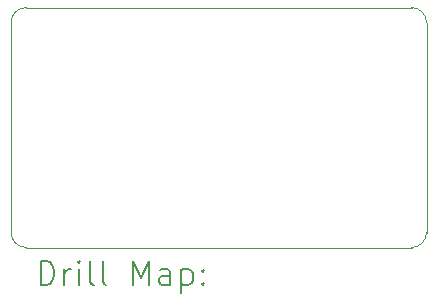
<source format=gbr>
%FSLAX45Y45*%
G04 Gerber Fmt 4.5, Leading zero omitted, Abs format (unit mm)*
G04 Created by KiCad (PCBNEW (6.0.1)) date 2024-05-17 17:22:19*
%MOMM*%
%LPD*%
G01*
G04 APERTURE LIST*
%TA.AperFunction,Profile*%
%ADD10C,0.100000*%
%TD*%
%ADD11C,0.200000*%
G04 APERTURE END LIST*
D10*
X5295900Y-3683000D02*
X5295900Y-1905000D01*
X5168900Y-1778000D02*
X1905000Y-1778000D01*
X5295900Y-1905000D02*
G75*
G03*
X5168900Y-1778000I-128831J-1831D01*
G01*
X5168900Y-3810000D02*
G75*
G03*
X5295900Y-3683000I0J127000D01*
G01*
X1778000Y-3683000D02*
G75*
G03*
X1905000Y-3810000I127000J0D01*
G01*
X1905000Y-1778000D02*
G75*
G03*
X1778000Y-1905000I0J-127000D01*
G01*
X1778000Y-1905000D02*
X1778000Y-3683000D01*
X1905000Y-3810000D02*
X5168900Y-3810000D01*
D11*
X2030619Y-4125476D02*
X2030619Y-3925476D01*
X2078238Y-3925476D01*
X2106810Y-3935000D01*
X2125857Y-3954048D01*
X2135381Y-3973095D01*
X2144905Y-4011190D01*
X2144905Y-4039762D01*
X2135381Y-4077857D01*
X2125857Y-4096905D01*
X2106810Y-4115952D01*
X2078238Y-4125476D01*
X2030619Y-4125476D01*
X2230619Y-4125476D02*
X2230619Y-3992143D01*
X2230619Y-4030238D02*
X2240143Y-4011190D01*
X2249667Y-4001667D01*
X2268714Y-3992143D01*
X2287762Y-3992143D01*
X2354429Y-4125476D02*
X2354429Y-3992143D01*
X2354429Y-3925476D02*
X2344905Y-3935000D01*
X2354429Y-3944524D01*
X2363952Y-3935000D01*
X2354429Y-3925476D01*
X2354429Y-3944524D01*
X2478238Y-4125476D02*
X2459190Y-4115952D01*
X2449667Y-4096905D01*
X2449667Y-3925476D01*
X2583000Y-4125476D02*
X2563952Y-4115952D01*
X2554429Y-4096905D01*
X2554429Y-3925476D01*
X2811571Y-4125476D02*
X2811571Y-3925476D01*
X2878238Y-4068333D01*
X2944905Y-3925476D01*
X2944905Y-4125476D01*
X3125857Y-4125476D02*
X3125857Y-4020714D01*
X3116333Y-4001667D01*
X3097286Y-3992143D01*
X3059190Y-3992143D01*
X3040143Y-4001667D01*
X3125857Y-4115952D02*
X3106809Y-4125476D01*
X3059190Y-4125476D01*
X3040143Y-4115952D01*
X3030619Y-4096905D01*
X3030619Y-4077857D01*
X3040143Y-4058810D01*
X3059190Y-4049286D01*
X3106809Y-4049286D01*
X3125857Y-4039762D01*
X3221095Y-3992143D02*
X3221095Y-4192143D01*
X3221095Y-4001667D02*
X3240143Y-3992143D01*
X3278238Y-3992143D01*
X3297286Y-4001667D01*
X3306809Y-4011190D01*
X3316333Y-4030238D01*
X3316333Y-4087381D01*
X3306809Y-4106429D01*
X3297286Y-4115952D01*
X3278238Y-4125476D01*
X3240143Y-4125476D01*
X3221095Y-4115952D01*
X3402048Y-4106429D02*
X3411571Y-4115952D01*
X3402048Y-4125476D01*
X3392524Y-4115952D01*
X3402048Y-4106429D01*
X3402048Y-4125476D01*
X3402048Y-4001667D02*
X3411571Y-4011190D01*
X3402048Y-4020714D01*
X3392524Y-4011190D01*
X3402048Y-4001667D01*
X3402048Y-4020714D01*
M02*

</source>
